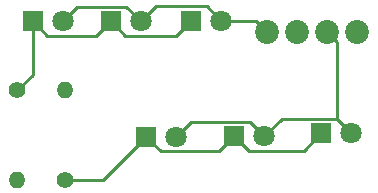
<source format=gbr>
%TF.GenerationSoftware,KiCad,Pcbnew,(5.1.6-0-10_14)*%
%TF.CreationDate,2020-09-05T00:15:57-04:00*%
%TF.ProjectId,ligths,6c696774-6873-42e6-9b69-6361645f7063,rev?*%
%TF.SameCoordinates,Original*%
%TF.FileFunction,Copper,L1,Top*%
%TF.FilePolarity,Positive*%
%FSLAX46Y46*%
G04 Gerber Fmt 4.6, Leading zero omitted, Abs format (unit mm)*
G04 Created by KiCad (PCBNEW (5.1.6-0-10_14)) date 2020-09-05 00:15:57*
%MOMM*%
%LPD*%
G01*
G04 APERTURE LIST*
%TA.AperFunction,ComponentPad*%
%ADD10O,1.400000X1.400000*%
%TD*%
%TA.AperFunction,ComponentPad*%
%ADD11C,1.400000*%
%TD*%
%TA.AperFunction,ComponentPad*%
%ADD12C,2.020000*%
%TD*%
%TA.AperFunction,ComponentPad*%
%ADD13C,1.800000*%
%TD*%
%TA.AperFunction,ComponentPad*%
%ADD14R,1.800000X1.800000*%
%TD*%
%TA.AperFunction,Conductor*%
%ADD15C,0.250000*%
%TD*%
G04 APERTURE END LIST*
D10*
%TO.P,R2,2*%
%TO.N,Net-(J1-Pad4)*%
X141859000Y-87198200D03*
D11*
%TO.P,R2,1*%
%TO.N,Net-(D4-Pad1)*%
X141859000Y-94818200D03*
%TD*%
D10*
%TO.P,R1,2*%
%TO.N,Net-(J1-Pad2)*%
X137795000Y-94818200D03*
D11*
%TO.P,R1,1*%
%TO.N,Net-(D1-Pad1)*%
X137795000Y-87198200D03*
%TD*%
D12*
%TO.P,J1,4*%
%TO.N,Net-(J1-Pad4)*%
X166583360Y-82290920D03*
%TO.P,J1,3*%
%TO.N,Net-(D4-Pad2)*%
X164043360Y-82290920D03*
%TO.P,J1,2*%
%TO.N,Net-(J1-Pad2)*%
X161503360Y-82290920D03*
%TO.P,J1,1*%
%TO.N,Net-(D1-Pad2)*%
X158963360Y-82290920D03*
%TD*%
D13*
%TO.P,D6,2*%
%TO.N,Net-(D4-Pad2)*%
X158724600Y-91109800D03*
D14*
%TO.P,D6,1*%
%TO.N,Net-(D4-Pad1)*%
X156184600Y-91109800D03*
%TD*%
D13*
%TO.P,D5,2*%
%TO.N,Net-(D4-Pad2)*%
X166077900Y-90830400D03*
D14*
%TO.P,D5,1*%
%TO.N,Net-(D4-Pad1)*%
X163537900Y-90830400D03*
%TD*%
D13*
%TO.P,D4,2*%
%TO.N,Net-(D4-Pad2)*%
X151269700Y-91160600D03*
D14*
%TO.P,D4,1*%
%TO.N,Net-(D4-Pad1)*%
X148729700Y-91160600D03*
%TD*%
D13*
%TO.P,D3,2*%
%TO.N,Net-(D1-Pad2)*%
X155041600Y-81330800D03*
D14*
%TO.P,D3,1*%
%TO.N,Net-(D1-Pad1)*%
X152501600Y-81330800D03*
%TD*%
D13*
%TO.P,D2,2*%
%TO.N,Net-(D1-Pad2)*%
X148234400Y-81381600D03*
D14*
%TO.P,D2,1*%
%TO.N,Net-(D1-Pad1)*%
X145694400Y-81381600D03*
%TD*%
D13*
%TO.P,D1,2*%
%TO.N,Net-(D1-Pad2)*%
X141655800Y-81368900D03*
D14*
%TO.P,D1,1*%
%TO.N,Net-(D1-Pad1)*%
X139115800Y-81368900D03*
%TD*%
D15*
%TO.N,Net-(D1-Pad2)*%
X147009399Y-80156599D02*
X148234400Y-81381600D01*
X142868101Y-80156599D02*
X147009399Y-80156599D01*
X141655800Y-81368900D02*
X142868101Y-80156599D01*
X153816599Y-80105799D02*
X155041600Y-81330800D01*
X149510201Y-80105799D02*
X153816599Y-80105799D01*
X148234400Y-81381600D02*
X149510201Y-80105799D01*
X158003240Y-81330800D02*
X158963360Y-82290920D01*
X155041600Y-81330800D02*
X158003240Y-81330800D01*
%TO.N,Net-(D1-Pad1)*%
X139115800Y-85877400D02*
X137795000Y-87198200D01*
X139115800Y-81368900D02*
X139115800Y-85877400D01*
X144482099Y-82593901D02*
X145694400Y-81381600D01*
X140340801Y-82593901D02*
X144482099Y-82593901D01*
X139115800Y-81368900D02*
X140340801Y-82593901D01*
X146919401Y-82606601D02*
X145694400Y-81381600D01*
X151225799Y-82606601D02*
X146919401Y-82606601D01*
X152501600Y-81330800D02*
X151225799Y-82606601D01*
%TO.N,Net-(D4-Pad2)*%
X157499599Y-89884799D02*
X158724600Y-91109800D01*
X152545501Y-89884799D02*
X157499599Y-89884799D01*
X151269700Y-91160600D02*
X152545501Y-89884799D01*
X164852899Y-89605399D02*
X166077900Y-90830400D01*
X160229001Y-89605399D02*
X164852899Y-89605399D01*
X158724600Y-91109800D02*
X160229001Y-89605399D01*
X164852899Y-83100459D02*
X164043360Y-82290920D01*
X164852899Y-89605399D02*
X164852899Y-83100459D01*
%TO.N,Net-(D4-Pad1)*%
X145072100Y-94818200D02*
X148729700Y-91160600D01*
X141859000Y-94818200D02*
X145072100Y-94818200D01*
X154908799Y-92385601D02*
X156184600Y-91109800D01*
X149954701Y-92385601D02*
X154908799Y-92385601D01*
X148729700Y-91160600D02*
X149954701Y-92385601D01*
X162033499Y-92334801D02*
X163537900Y-90830400D01*
X157409601Y-92334801D02*
X162033499Y-92334801D01*
X156184600Y-91109800D02*
X157409601Y-92334801D01*
%TD*%
M02*

</source>
